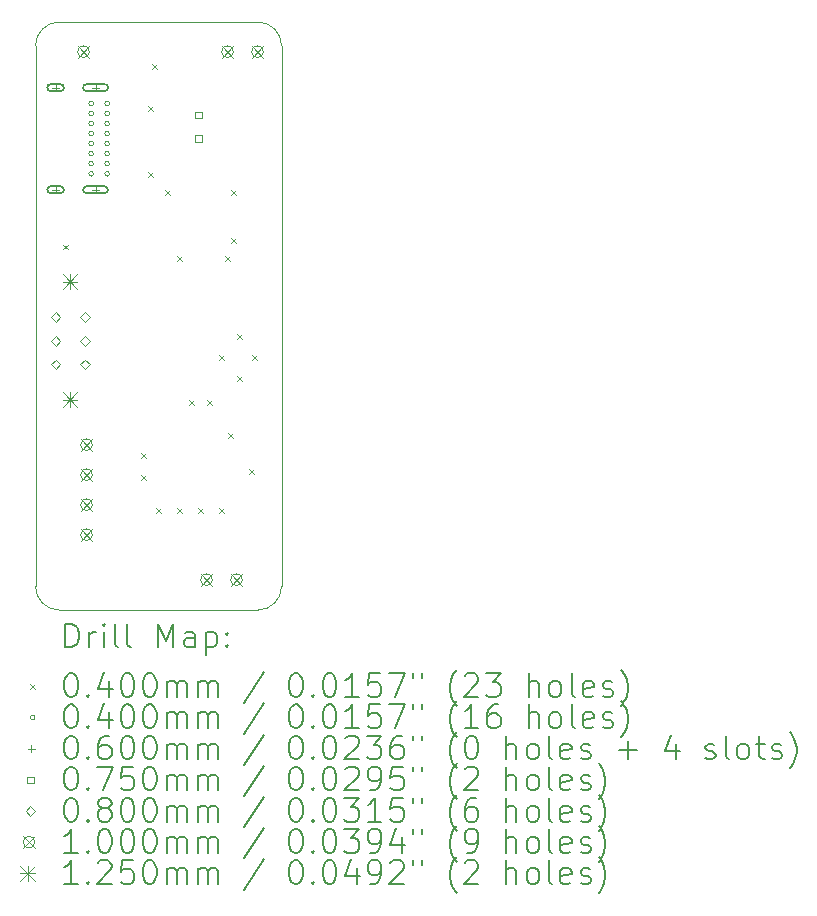
<source format=gbr>
%TF.GenerationSoftware,KiCad,Pcbnew,(6.0.7)*%
%TF.CreationDate,2022-10-01T16:57:37-07:00*%
%TF.ProjectId,dso150_mod,64736f31-3530-45f6-9d6f-642e6b696361,1.0*%
%TF.SameCoordinates,Original*%
%TF.FileFunction,Drillmap*%
%TF.FilePolarity,Positive*%
%FSLAX45Y45*%
G04 Gerber Fmt 4.5, Leading zero omitted, Abs format (unit mm)*
G04 Created by KiCad (PCBNEW (6.0.7)) date 2022-10-01 16:57:37*
%MOMM*%
%LPD*%
G01*
G04 APERTURE LIST*
%ADD10C,0.100000*%
%ADD11C,0.200000*%
%ADD12C,0.040000*%
%ADD13C,0.060000*%
%ADD14C,0.075000*%
%ADD15C,0.080000*%
%ADD16C,0.125000*%
G04 APERTURE END LIST*
D10*
X13919200Y-7518400D02*
X13919200Y-12096800D01*
X14119200Y-12296800D02*
X15802000Y-12296800D01*
X13919200Y-12096800D02*
G75*
G03*
X14119200Y-12296800I200000J0D01*
G01*
X15802000Y-7318400D02*
X14119200Y-7318400D01*
X16002000Y-7518400D02*
G75*
G03*
X15802000Y-7318400I-200000J0D01*
G01*
X15802000Y-12296800D02*
G75*
G03*
X16002000Y-12096800I0J200000D01*
G01*
X16002000Y-12096800D02*
X16002000Y-7518400D01*
X14119200Y-7318400D02*
G75*
G03*
X13919200Y-7518400I0J-200000D01*
G01*
D11*
D12*
X14153200Y-9202750D02*
X14193200Y-9242750D01*
X14193200Y-9202750D02*
X14153200Y-9242750D01*
X14813600Y-10965800D02*
X14853600Y-11005800D01*
X14853600Y-10965800D02*
X14813600Y-11005800D01*
X14813600Y-11156000D02*
X14853600Y-11196000D01*
X14853600Y-11156000D02*
X14813600Y-11196000D01*
X14870700Y-8031800D02*
X14910700Y-8071800D01*
X14910700Y-8031800D02*
X14870700Y-8071800D01*
X14870700Y-8590600D02*
X14910700Y-8630600D01*
X14910700Y-8590600D02*
X14870700Y-8630600D01*
X14908900Y-7676200D02*
X14948900Y-7716200D01*
X14948900Y-7676200D02*
X14908900Y-7716200D01*
X14940600Y-11435400D02*
X14980600Y-11475400D01*
X14980600Y-11435400D02*
X14940600Y-11475400D01*
X15016800Y-8743000D02*
X15056800Y-8783000D01*
X15056800Y-8743000D02*
X15016800Y-8783000D01*
X15118400Y-9301800D02*
X15158400Y-9341800D01*
X15158400Y-9301800D02*
X15118400Y-9341800D01*
X15118400Y-11435400D02*
X15158400Y-11475400D01*
X15158400Y-11435400D02*
X15118400Y-11475400D01*
X15220000Y-10521000D02*
X15260000Y-10561000D01*
X15260000Y-10521000D02*
X15220000Y-10561000D01*
X15296200Y-11435400D02*
X15336200Y-11475400D01*
X15336200Y-11435400D02*
X15296200Y-11475400D01*
X15372400Y-10521000D02*
X15412400Y-10561000D01*
X15412400Y-10521000D02*
X15372400Y-10561000D01*
X15474000Y-10140000D02*
X15514000Y-10180000D01*
X15514000Y-10140000D02*
X15474000Y-10180000D01*
X15474000Y-11435400D02*
X15514000Y-11475400D01*
X15514000Y-11435400D02*
X15474000Y-11475400D01*
X15524800Y-9301800D02*
X15564800Y-9341800D01*
X15564800Y-9301800D02*
X15524800Y-9341800D01*
X15550200Y-10800400D02*
X15590200Y-10840400D01*
X15590200Y-10800400D02*
X15550200Y-10840400D01*
X15575600Y-8743000D02*
X15615600Y-8783000D01*
X15615600Y-8743000D02*
X15575600Y-8783000D01*
X15575600Y-9149400D02*
X15615600Y-9189400D01*
X15615600Y-9149400D02*
X15575600Y-9189400D01*
X15626400Y-9962200D02*
X15666400Y-10002200D01*
X15666400Y-9962200D02*
X15626400Y-10002200D01*
X15626400Y-10317800D02*
X15666400Y-10357800D01*
X15666400Y-10317800D02*
X15626400Y-10357800D01*
X15728000Y-11105200D02*
X15768000Y-11145200D01*
X15768000Y-11105200D02*
X15728000Y-11145200D01*
X15753400Y-10140000D02*
X15793400Y-10180000D01*
X15793400Y-10140000D02*
X15753400Y-10180000D01*
X14409900Y-8008300D02*
G75*
G03*
X14409900Y-8008300I-20000J0D01*
G01*
X14409900Y-8093300D02*
G75*
G03*
X14409900Y-8093300I-20000J0D01*
G01*
X14409900Y-8178300D02*
G75*
G03*
X14409900Y-8178300I-20000J0D01*
G01*
X14409900Y-8263300D02*
G75*
G03*
X14409900Y-8263300I-20000J0D01*
G01*
X14409900Y-8348300D02*
G75*
G03*
X14409900Y-8348300I-20000J0D01*
G01*
X14409900Y-8433300D02*
G75*
G03*
X14409900Y-8433300I-20000J0D01*
G01*
X14409900Y-8518300D02*
G75*
G03*
X14409900Y-8518300I-20000J0D01*
G01*
X14409900Y-8603300D02*
G75*
G03*
X14409900Y-8603300I-20000J0D01*
G01*
X14544900Y-8008300D02*
G75*
G03*
X14544900Y-8008300I-20000J0D01*
G01*
X14544900Y-8093300D02*
G75*
G03*
X14544900Y-8093300I-20000J0D01*
G01*
X14544900Y-8178300D02*
G75*
G03*
X14544900Y-8178300I-20000J0D01*
G01*
X14544900Y-8263300D02*
G75*
G03*
X14544900Y-8263300I-20000J0D01*
G01*
X14544900Y-8348300D02*
G75*
G03*
X14544900Y-8348300I-20000J0D01*
G01*
X14544900Y-8433300D02*
G75*
G03*
X14544900Y-8433300I-20000J0D01*
G01*
X14544900Y-8518300D02*
G75*
G03*
X14544900Y-8518300I-20000J0D01*
G01*
X14544900Y-8603300D02*
G75*
G03*
X14544900Y-8603300I-20000J0D01*
G01*
D13*
X14088900Y-7843300D02*
X14088900Y-7903300D01*
X14058900Y-7873300D02*
X14118900Y-7873300D01*
D11*
X14128900Y-7843300D02*
X14048900Y-7843300D01*
X14128900Y-7903300D02*
X14048900Y-7903300D01*
X14048900Y-7843300D02*
G75*
G03*
X14048900Y-7903300I0J-30000D01*
G01*
X14128900Y-7903300D02*
G75*
G03*
X14128900Y-7843300I0J30000D01*
G01*
D13*
X14088900Y-8708300D02*
X14088900Y-8768300D01*
X14058900Y-8738300D02*
X14118900Y-8738300D01*
D11*
X14128900Y-8708300D02*
X14048900Y-8708300D01*
X14128900Y-8768300D02*
X14048900Y-8768300D01*
X14048900Y-8708300D02*
G75*
G03*
X14048900Y-8768300I0J-30000D01*
G01*
X14128900Y-8768300D02*
G75*
G03*
X14128900Y-8708300I0J30000D01*
G01*
D13*
X14426900Y-7843300D02*
X14426900Y-7903300D01*
X14396900Y-7873300D02*
X14456900Y-7873300D01*
D11*
X14501900Y-7843300D02*
X14351900Y-7843300D01*
X14501900Y-7903300D02*
X14351900Y-7903300D01*
X14351900Y-7843300D02*
G75*
G03*
X14351900Y-7903300I0J-30000D01*
G01*
X14501900Y-7903300D02*
G75*
G03*
X14501900Y-7843300I0J30000D01*
G01*
D13*
X14426900Y-8708300D02*
X14426900Y-8768300D01*
X14396900Y-8738300D02*
X14456900Y-8738300D01*
D11*
X14501900Y-8708300D02*
X14351900Y-8708300D01*
X14501900Y-8768300D02*
X14351900Y-8768300D01*
X14351900Y-8708300D02*
G75*
G03*
X14351900Y-8768300I0J-30000D01*
G01*
X14501900Y-8768300D02*
G75*
G03*
X14501900Y-8708300I0J30000D01*
G01*
D14*
X15326317Y-8130717D02*
X15326317Y-8077683D01*
X15273283Y-8077683D01*
X15273283Y-8130717D01*
X15326317Y-8130717D01*
X15326317Y-8330717D02*
X15326317Y-8277683D01*
X15273283Y-8277683D01*
X15273283Y-8330717D01*
X15326317Y-8330717D01*
D15*
X14088300Y-9857100D02*
X14128300Y-9817100D01*
X14088300Y-9777100D01*
X14048300Y-9817100D01*
X14088300Y-9857100D01*
X14088300Y-10057100D02*
X14128300Y-10017100D01*
X14088300Y-9977100D01*
X14048300Y-10017100D01*
X14088300Y-10057100D01*
X14088300Y-10257100D02*
X14128300Y-10217100D01*
X14088300Y-10177100D01*
X14048300Y-10217100D01*
X14088300Y-10257100D01*
X14338300Y-9857100D02*
X14378300Y-9817100D01*
X14338300Y-9777100D01*
X14298300Y-9817100D01*
X14338300Y-9857100D01*
X14338300Y-10057100D02*
X14378300Y-10017100D01*
X14338300Y-9977100D01*
X14298300Y-10017100D01*
X14338300Y-10057100D01*
X14338300Y-10257100D02*
X14378300Y-10217100D01*
X14338300Y-10177100D01*
X14298300Y-10217100D01*
X14338300Y-10257100D01*
D10*
X14275600Y-7519200D02*
X14375600Y-7619200D01*
X14375600Y-7519200D02*
X14275600Y-7619200D01*
X14375600Y-7569200D02*
G75*
G03*
X14375600Y-7569200I-50000J0D01*
G01*
X14301000Y-10847600D02*
X14401000Y-10947600D01*
X14401000Y-10847600D02*
X14301000Y-10947600D01*
X14401000Y-10897600D02*
G75*
G03*
X14401000Y-10897600I-50000J0D01*
G01*
X14301000Y-11101600D02*
X14401000Y-11201600D01*
X14401000Y-11101600D02*
X14301000Y-11201600D01*
X14401000Y-11151600D02*
G75*
G03*
X14401000Y-11151600I-50000J0D01*
G01*
X14301000Y-11355600D02*
X14401000Y-11455600D01*
X14401000Y-11355600D02*
X14301000Y-11455600D01*
X14401000Y-11405600D02*
G75*
G03*
X14401000Y-11405600I-50000J0D01*
G01*
X14301000Y-11609600D02*
X14401000Y-11709600D01*
X14401000Y-11609600D02*
X14301000Y-11709600D01*
X14401000Y-11659600D02*
G75*
G03*
X14401000Y-11659600I-50000J0D01*
G01*
X15317000Y-11989600D02*
X15417000Y-12089600D01*
X15417000Y-11989600D02*
X15317000Y-12089600D01*
X15417000Y-12039600D02*
G75*
G03*
X15417000Y-12039600I-50000J0D01*
G01*
X15494300Y-7519200D02*
X15594300Y-7619200D01*
X15594300Y-7519200D02*
X15494300Y-7619200D01*
X15594300Y-7569200D02*
G75*
G03*
X15594300Y-7569200I-50000J0D01*
G01*
X15571000Y-11989600D02*
X15671000Y-12089600D01*
X15671000Y-11989600D02*
X15571000Y-12089600D01*
X15671000Y-12039600D02*
G75*
G03*
X15671000Y-12039600I-50000J0D01*
G01*
X15748300Y-7519200D02*
X15848300Y-7619200D01*
X15848300Y-7519200D02*
X15748300Y-7619200D01*
X15848300Y-7569200D02*
G75*
G03*
X15848300Y-7569200I-50000J0D01*
G01*
D16*
X14148800Y-9454600D02*
X14273800Y-9579600D01*
X14273800Y-9454600D02*
X14148800Y-9579600D01*
X14211300Y-9454600D02*
X14211300Y-9579600D01*
X14148800Y-9517100D02*
X14273800Y-9517100D01*
X14148800Y-10454600D02*
X14273800Y-10579600D01*
X14273800Y-10454600D02*
X14148800Y-10579600D01*
X14211300Y-10454600D02*
X14211300Y-10579600D01*
X14148800Y-10517100D02*
X14273800Y-10517100D01*
D11*
X14171819Y-12612276D02*
X14171819Y-12412276D01*
X14219438Y-12412276D01*
X14248009Y-12421800D01*
X14267057Y-12440848D01*
X14276581Y-12459895D01*
X14286105Y-12497990D01*
X14286105Y-12526562D01*
X14276581Y-12564657D01*
X14267057Y-12583705D01*
X14248009Y-12602752D01*
X14219438Y-12612276D01*
X14171819Y-12612276D01*
X14371819Y-12612276D02*
X14371819Y-12478943D01*
X14371819Y-12517038D02*
X14381343Y-12497990D01*
X14390867Y-12488467D01*
X14409914Y-12478943D01*
X14428962Y-12478943D01*
X14495628Y-12612276D02*
X14495628Y-12478943D01*
X14495628Y-12412276D02*
X14486105Y-12421800D01*
X14495628Y-12431324D01*
X14505152Y-12421800D01*
X14495628Y-12412276D01*
X14495628Y-12431324D01*
X14619438Y-12612276D02*
X14600390Y-12602752D01*
X14590867Y-12583705D01*
X14590867Y-12412276D01*
X14724200Y-12612276D02*
X14705152Y-12602752D01*
X14695628Y-12583705D01*
X14695628Y-12412276D01*
X14952771Y-12612276D02*
X14952771Y-12412276D01*
X15019438Y-12555133D01*
X15086105Y-12412276D01*
X15086105Y-12612276D01*
X15267057Y-12612276D02*
X15267057Y-12507514D01*
X15257533Y-12488467D01*
X15238486Y-12478943D01*
X15200390Y-12478943D01*
X15181343Y-12488467D01*
X15267057Y-12602752D02*
X15248009Y-12612276D01*
X15200390Y-12612276D01*
X15181343Y-12602752D01*
X15171819Y-12583705D01*
X15171819Y-12564657D01*
X15181343Y-12545609D01*
X15200390Y-12536086D01*
X15248009Y-12536086D01*
X15267057Y-12526562D01*
X15362295Y-12478943D02*
X15362295Y-12678943D01*
X15362295Y-12488467D02*
X15381343Y-12478943D01*
X15419438Y-12478943D01*
X15438486Y-12488467D01*
X15448009Y-12497990D01*
X15457533Y-12517038D01*
X15457533Y-12574181D01*
X15448009Y-12593228D01*
X15438486Y-12602752D01*
X15419438Y-12612276D01*
X15381343Y-12612276D01*
X15362295Y-12602752D01*
X15543248Y-12593228D02*
X15552771Y-12602752D01*
X15543248Y-12612276D01*
X15533724Y-12602752D01*
X15543248Y-12593228D01*
X15543248Y-12612276D01*
X15543248Y-12488467D02*
X15552771Y-12497990D01*
X15543248Y-12507514D01*
X15533724Y-12497990D01*
X15543248Y-12488467D01*
X15543248Y-12507514D01*
D12*
X13874200Y-12921800D02*
X13914200Y-12961800D01*
X13914200Y-12921800D02*
X13874200Y-12961800D01*
D11*
X14209914Y-12832276D02*
X14228962Y-12832276D01*
X14248009Y-12841800D01*
X14257533Y-12851324D01*
X14267057Y-12870371D01*
X14276581Y-12908467D01*
X14276581Y-12956086D01*
X14267057Y-12994181D01*
X14257533Y-13013228D01*
X14248009Y-13022752D01*
X14228962Y-13032276D01*
X14209914Y-13032276D01*
X14190867Y-13022752D01*
X14181343Y-13013228D01*
X14171819Y-12994181D01*
X14162295Y-12956086D01*
X14162295Y-12908467D01*
X14171819Y-12870371D01*
X14181343Y-12851324D01*
X14190867Y-12841800D01*
X14209914Y-12832276D01*
X14362295Y-13013228D02*
X14371819Y-13022752D01*
X14362295Y-13032276D01*
X14352771Y-13022752D01*
X14362295Y-13013228D01*
X14362295Y-13032276D01*
X14543248Y-12898943D02*
X14543248Y-13032276D01*
X14495628Y-12822752D02*
X14448009Y-12965609D01*
X14571819Y-12965609D01*
X14686105Y-12832276D02*
X14705152Y-12832276D01*
X14724200Y-12841800D01*
X14733724Y-12851324D01*
X14743248Y-12870371D01*
X14752771Y-12908467D01*
X14752771Y-12956086D01*
X14743248Y-12994181D01*
X14733724Y-13013228D01*
X14724200Y-13022752D01*
X14705152Y-13032276D01*
X14686105Y-13032276D01*
X14667057Y-13022752D01*
X14657533Y-13013228D01*
X14648009Y-12994181D01*
X14638486Y-12956086D01*
X14638486Y-12908467D01*
X14648009Y-12870371D01*
X14657533Y-12851324D01*
X14667057Y-12841800D01*
X14686105Y-12832276D01*
X14876581Y-12832276D02*
X14895628Y-12832276D01*
X14914676Y-12841800D01*
X14924200Y-12851324D01*
X14933724Y-12870371D01*
X14943248Y-12908467D01*
X14943248Y-12956086D01*
X14933724Y-12994181D01*
X14924200Y-13013228D01*
X14914676Y-13022752D01*
X14895628Y-13032276D01*
X14876581Y-13032276D01*
X14857533Y-13022752D01*
X14848009Y-13013228D01*
X14838486Y-12994181D01*
X14828962Y-12956086D01*
X14828962Y-12908467D01*
X14838486Y-12870371D01*
X14848009Y-12851324D01*
X14857533Y-12841800D01*
X14876581Y-12832276D01*
X15028962Y-13032276D02*
X15028962Y-12898943D01*
X15028962Y-12917990D02*
X15038486Y-12908467D01*
X15057533Y-12898943D01*
X15086105Y-12898943D01*
X15105152Y-12908467D01*
X15114676Y-12927514D01*
X15114676Y-13032276D01*
X15114676Y-12927514D02*
X15124200Y-12908467D01*
X15143248Y-12898943D01*
X15171819Y-12898943D01*
X15190867Y-12908467D01*
X15200390Y-12927514D01*
X15200390Y-13032276D01*
X15295628Y-13032276D02*
X15295628Y-12898943D01*
X15295628Y-12917990D02*
X15305152Y-12908467D01*
X15324200Y-12898943D01*
X15352771Y-12898943D01*
X15371819Y-12908467D01*
X15381343Y-12927514D01*
X15381343Y-13032276D01*
X15381343Y-12927514D02*
X15390867Y-12908467D01*
X15409914Y-12898943D01*
X15438486Y-12898943D01*
X15457533Y-12908467D01*
X15467057Y-12927514D01*
X15467057Y-13032276D01*
X15857533Y-12822752D02*
X15686105Y-13079895D01*
X16114676Y-12832276D02*
X16133724Y-12832276D01*
X16152771Y-12841800D01*
X16162295Y-12851324D01*
X16171819Y-12870371D01*
X16181343Y-12908467D01*
X16181343Y-12956086D01*
X16171819Y-12994181D01*
X16162295Y-13013228D01*
X16152771Y-13022752D01*
X16133724Y-13032276D01*
X16114676Y-13032276D01*
X16095628Y-13022752D01*
X16086105Y-13013228D01*
X16076581Y-12994181D01*
X16067057Y-12956086D01*
X16067057Y-12908467D01*
X16076581Y-12870371D01*
X16086105Y-12851324D01*
X16095628Y-12841800D01*
X16114676Y-12832276D01*
X16267057Y-13013228D02*
X16276581Y-13022752D01*
X16267057Y-13032276D01*
X16257533Y-13022752D01*
X16267057Y-13013228D01*
X16267057Y-13032276D01*
X16400390Y-12832276D02*
X16419438Y-12832276D01*
X16438486Y-12841800D01*
X16448009Y-12851324D01*
X16457533Y-12870371D01*
X16467057Y-12908467D01*
X16467057Y-12956086D01*
X16457533Y-12994181D01*
X16448009Y-13013228D01*
X16438486Y-13022752D01*
X16419438Y-13032276D01*
X16400390Y-13032276D01*
X16381343Y-13022752D01*
X16371819Y-13013228D01*
X16362295Y-12994181D01*
X16352771Y-12956086D01*
X16352771Y-12908467D01*
X16362295Y-12870371D01*
X16371819Y-12851324D01*
X16381343Y-12841800D01*
X16400390Y-12832276D01*
X16657533Y-13032276D02*
X16543248Y-13032276D01*
X16600390Y-13032276D02*
X16600390Y-12832276D01*
X16581343Y-12860848D01*
X16562295Y-12879895D01*
X16543248Y-12889419D01*
X16838486Y-12832276D02*
X16743248Y-12832276D01*
X16733724Y-12927514D01*
X16743248Y-12917990D01*
X16762295Y-12908467D01*
X16809914Y-12908467D01*
X16828962Y-12917990D01*
X16838486Y-12927514D01*
X16848010Y-12946562D01*
X16848010Y-12994181D01*
X16838486Y-13013228D01*
X16828962Y-13022752D01*
X16809914Y-13032276D01*
X16762295Y-13032276D01*
X16743248Y-13022752D01*
X16733724Y-13013228D01*
X16914676Y-12832276D02*
X17048010Y-12832276D01*
X16962295Y-13032276D01*
X17114676Y-12832276D02*
X17114676Y-12870371D01*
X17190867Y-12832276D02*
X17190867Y-12870371D01*
X17486105Y-13108467D02*
X17476581Y-13098943D01*
X17457533Y-13070371D01*
X17448010Y-13051324D01*
X17438486Y-13022752D01*
X17428962Y-12975133D01*
X17428962Y-12937038D01*
X17438486Y-12889419D01*
X17448010Y-12860848D01*
X17457533Y-12841800D01*
X17476581Y-12813228D01*
X17486105Y-12803705D01*
X17552771Y-12851324D02*
X17562295Y-12841800D01*
X17581343Y-12832276D01*
X17628962Y-12832276D01*
X17648010Y-12841800D01*
X17657533Y-12851324D01*
X17667057Y-12870371D01*
X17667057Y-12889419D01*
X17657533Y-12917990D01*
X17543248Y-13032276D01*
X17667057Y-13032276D01*
X17733724Y-12832276D02*
X17857533Y-12832276D01*
X17790867Y-12908467D01*
X17819438Y-12908467D01*
X17838486Y-12917990D01*
X17848010Y-12927514D01*
X17857533Y-12946562D01*
X17857533Y-12994181D01*
X17848010Y-13013228D01*
X17838486Y-13022752D01*
X17819438Y-13032276D01*
X17762295Y-13032276D01*
X17743248Y-13022752D01*
X17733724Y-13013228D01*
X18095629Y-13032276D02*
X18095629Y-12832276D01*
X18181343Y-13032276D02*
X18181343Y-12927514D01*
X18171819Y-12908467D01*
X18152771Y-12898943D01*
X18124200Y-12898943D01*
X18105152Y-12908467D01*
X18095629Y-12917990D01*
X18305152Y-13032276D02*
X18286105Y-13022752D01*
X18276581Y-13013228D01*
X18267057Y-12994181D01*
X18267057Y-12937038D01*
X18276581Y-12917990D01*
X18286105Y-12908467D01*
X18305152Y-12898943D01*
X18333724Y-12898943D01*
X18352771Y-12908467D01*
X18362295Y-12917990D01*
X18371819Y-12937038D01*
X18371819Y-12994181D01*
X18362295Y-13013228D01*
X18352771Y-13022752D01*
X18333724Y-13032276D01*
X18305152Y-13032276D01*
X18486105Y-13032276D02*
X18467057Y-13022752D01*
X18457533Y-13003705D01*
X18457533Y-12832276D01*
X18638486Y-13022752D02*
X18619438Y-13032276D01*
X18581343Y-13032276D01*
X18562295Y-13022752D01*
X18552771Y-13003705D01*
X18552771Y-12927514D01*
X18562295Y-12908467D01*
X18581343Y-12898943D01*
X18619438Y-12898943D01*
X18638486Y-12908467D01*
X18648010Y-12927514D01*
X18648010Y-12946562D01*
X18552771Y-12965609D01*
X18724200Y-13022752D02*
X18743248Y-13032276D01*
X18781343Y-13032276D01*
X18800390Y-13022752D01*
X18809914Y-13003705D01*
X18809914Y-12994181D01*
X18800390Y-12975133D01*
X18781343Y-12965609D01*
X18752771Y-12965609D01*
X18733724Y-12956086D01*
X18724200Y-12937038D01*
X18724200Y-12927514D01*
X18733724Y-12908467D01*
X18752771Y-12898943D01*
X18781343Y-12898943D01*
X18800390Y-12908467D01*
X18876581Y-13108467D02*
X18886105Y-13098943D01*
X18905152Y-13070371D01*
X18914676Y-13051324D01*
X18924200Y-13022752D01*
X18933724Y-12975133D01*
X18933724Y-12937038D01*
X18924200Y-12889419D01*
X18914676Y-12860848D01*
X18905152Y-12841800D01*
X18886105Y-12813228D01*
X18876581Y-12803705D01*
D12*
X13914200Y-13205800D02*
G75*
G03*
X13914200Y-13205800I-20000J0D01*
G01*
D11*
X14209914Y-13096276D02*
X14228962Y-13096276D01*
X14248009Y-13105800D01*
X14257533Y-13115324D01*
X14267057Y-13134371D01*
X14276581Y-13172467D01*
X14276581Y-13220086D01*
X14267057Y-13258181D01*
X14257533Y-13277228D01*
X14248009Y-13286752D01*
X14228962Y-13296276D01*
X14209914Y-13296276D01*
X14190867Y-13286752D01*
X14181343Y-13277228D01*
X14171819Y-13258181D01*
X14162295Y-13220086D01*
X14162295Y-13172467D01*
X14171819Y-13134371D01*
X14181343Y-13115324D01*
X14190867Y-13105800D01*
X14209914Y-13096276D01*
X14362295Y-13277228D02*
X14371819Y-13286752D01*
X14362295Y-13296276D01*
X14352771Y-13286752D01*
X14362295Y-13277228D01*
X14362295Y-13296276D01*
X14543248Y-13162943D02*
X14543248Y-13296276D01*
X14495628Y-13086752D02*
X14448009Y-13229609D01*
X14571819Y-13229609D01*
X14686105Y-13096276D02*
X14705152Y-13096276D01*
X14724200Y-13105800D01*
X14733724Y-13115324D01*
X14743248Y-13134371D01*
X14752771Y-13172467D01*
X14752771Y-13220086D01*
X14743248Y-13258181D01*
X14733724Y-13277228D01*
X14724200Y-13286752D01*
X14705152Y-13296276D01*
X14686105Y-13296276D01*
X14667057Y-13286752D01*
X14657533Y-13277228D01*
X14648009Y-13258181D01*
X14638486Y-13220086D01*
X14638486Y-13172467D01*
X14648009Y-13134371D01*
X14657533Y-13115324D01*
X14667057Y-13105800D01*
X14686105Y-13096276D01*
X14876581Y-13096276D02*
X14895628Y-13096276D01*
X14914676Y-13105800D01*
X14924200Y-13115324D01*
X14933724Y-13134371D01*
X14943248Y-13172467D01*
X14943248Y-13220086D01*
X14933724Y-13258181D01*
X14924200Y-13277228D01*
X14914676Y-13286752D01*
X14895628Y-13296276D01*
X14876581Y-13296276D01*
X14857533Y-13286752D01*
X14848009Y-13277228D01*
X14838486Y-13258181D01*
X14828962Y-13220086D01*
X14828962Y-13172467D01*
X14838486Y-13134371D01*
X14848009Y-13115324D01*
X14857533Y-13105800D01*
X14876581Y-13096276D01*
X15028962Y-13296276D02*
X15028962Y-13162943D01*
X15028962Y-13181990D02*
X15038486Y-13172467D01*
X15057533Y-13162943D01*
X15086105Y-13162943D01*
X15105152Y-13172467D01*
X15114676Y-13191514D01*
X15114676Y-13296276D01*
X15114676Y-13191514D02*
X15124200Y-13172467D01*
X15143248Y-13162943D01*
X15171819Y-13162943D01*
X15190867Y-13172467D01*
X15200390Y-13191514D01*
X15200390Y-13296276D01*
X15295628Y-13296276D02*
X15295628Y-13162943D01*
X15295628Y-13181990D02*
X15305152Y-13172467D01*
X15324200Y-13162943D01*
X15352771Y-13162943D01*
X15371819Y-13172467D01*
X15381343Y-13191514D01*
X15381343Y-13296276D01*
X15381343Y-13191514D02*
X15390867Y-13172467D01*
X15409914Y-13162943D01*
X15438486Y-13162943D01*
X15457533Y-13172467D01*
X15467057Y-13191514D01*
X15467057Y-13296276D01*
X15857533Y-13086752D02*
X15686105Y-13343895D01*
X16114676Y-13096276D02*
X16133724Y-13096276D01*
X16152771Y-13105800D01*
X16162295Y-13115324D01*
X16171819Y-13134371D01*
X16181343Y-13172467D01*
X16181343Y-13220086D01*
X16171819Y-13258181D01*
X16162295Y-13277228D01*
X16152771Y-13286752D01*
X16133724Y-13296276D01*
X16114676Y-13296276D01*
X16095628Y-13286752D01*
X16086105Y-13277228D01*
X16076581Y-13258181D01*
X16067057Y-13220086D01*
X16067057Y-13172467D01*
X16076581Y-13134371D01*
X16086105Y-13115324D01*
X16095628Y-13105800D01*
X16114676Y-13096276D01*
X16267057Y-13277228D02*
X16276581Y-13286752D01*
X16267057Y-13296276D01*
X16257533Y-13286752D01*
X16267057Y-13277228D01*
X16267057Y-13296276D01*
X16400390Y-13096276D02*
X16419438Y-13096276D01*
X16438486Y-13105800D01*
X16448009Y-13115324D01*
X16457533Y-13134371D01*
X16467057Y-13172467D01*
X16467057Y-13220086D01*
X16457533Y-13258181D01*
X16448009Y-13277228D01*
X16438486Y-13286752D01*
X16419438Y-13296276D01*
X16400390Y-13296276D01*
X16381343Y-13286752D01*
X16371819Y-13277228D01*
X16362295Y-13258181D01*
X16352771Y-13220086D01*
X16352771Y-13172467D01*
X16362295Y-13134371D01*
X16371819Y-13115324D01*
X16381343Y-13105800D01*
X16400390Y-13096276D01*
X16657533Y-13296276D02*
X16543248Y-13296276D01*
X16600390Y-13296276D02*
X16600390Y-13096276D01*
X16581343Y-13124848D01*
X16562295Y-13143895D01*
X16543248Y-13153419D01*
X16838486Y-13096276D02*
X16743248Y-13096276D01*
X16733724Y-13191514D01*
X16743248Y-13181990D01*
X16762295Y-13172467D01*
X16809914Y-13172467D01*
X16828962Y-13181990D01*
X16838486Y-13191514D01*
X16848010Y-13210562D01*
X16848010Y-13258181D01*
X16838486Y-13277228D01*
X16828962Y-13286752D01*
X16809914Y-13296276D01*
X16762295Y-13296276D01*
X16743248Y-13286752D01*
X16733724Y-13277228D01*
X16914676Y-13096276D02*
X17048010Y-13096276D01*
X16962295Y-13296276D01*
X17114676Y-13096276D02*
X17114676Y-13134371D01*
X17190867Y-13096276D02*
X17190867Y-13134371D01*
X17486105Y-13372467D02*
X17476581Y-13362943D01*
X17457533Y-13334371D01*
X17448010Y-13315324D01*
X17438486Y-13286752D01*
X17428962Y-13239133D01*
X17428962Y-13201038D01*
X17438486Y-13153419D01*
X17448010Y-13124848D01*
X17457533Y-13105800D01*
X17476581Y-13077228D01*
X17486105Y-13067705D01*
X17667057Y-13296276D02*
X17552771Y-13296276D01*
X17609914Y-13296276D02*
X17609914Y-13096276D01*
X17590867Y-13124848D01*
X17571819Y-13143895D01*
X17552771Y-13153419D01*
X17838486Y-13096276D02*
X17800390Y-13096276D01*
X17781343Y-13105800D01*
X17771819Y-13115324D01*
X17752771Y-13143895D01*
X17743248Y-13181990D01*
X17743248Y-13258181D01*
X17752771Y-13277228D01*
X17762295Y-13286752D01*
X17781343Y-13296276D01*
X17819438Y-13296276D01*
X17838486Y-13286752D01*
X17848010Y-13277228D01*
X17857533Y-13258181D01*
X17857533Y-13210562D01*
X17848010Y-13191514D01*
X17838486Y-13181990D01*
X17819438Y-13172467D01*
X17781343Y-13172467D01*
X17762295Y-13181990D01*
X17752771Y-13191514D01*
X17743248Y-13210562D01*
X18095629Y-13296276D02*
X18095629Y-13096276D01*
X18181343Y-13296276D02*
X18181343Y-13191514D01*
X18171819Y-13172467D01*
X18152771Y-13162943D01*
X18124200Y-13162943D01*
X18105152Y-13172467D01*
X18095629Y-13181990D01*
X18305152Y-13296276D02*
X18286105Y-13286752D01*
X18276581Y-13277228D01*
X18267057Y-13258181D01*
X18267057Y-13201038D01*
X18276581Y-13181990D01*
X18286105Y-13172467D01*
X18305152Y-13162943D01*
X18333724Y-13162943D01*
X18352771Y-13172467D01*
X18362295Y-13181990D01*
X18371819Y-13201038D01*
X18371819Y-13258181D01*
X18362295Y-13277228D01*
X18352771Y-13286752D01*
X18333724Y-13296276D01*
X18305152Y-13296276D01*
X18486105Y-13296276D02*
X18467057Y-13286752D01*
X18457533Y-13267705D01*
X18457533Y-13096276D01*
X18638486Y-13286752D02*
X18619438Y-13296276D01*
X18581343Y-13296276D01*
X18562295Y-13286752D01*
X18552771Y-13267705D01*
X18552771Y-13191514D01*
X18562295Y-13172467D01*
X18581343Y-13162943D01*
X18619438Y-13162943D01*
X18638486Y-13172467D01*
X18648010Y-13191514D01*
X18648010Y-13210562D01*
X18552771Y-13229609D01*
X18724200Y-13286752D02*
X18743248Y-13296276D01*
X18781343Y-13296276D01*
X18800390Y-13286752D01*
X18809914Y-13267705D01*
X18809914Y-13258181D01*
X18800390Y-13239133D01*
X18781343Y-13229609D01*
X18752771Y-13229609D01*
X18733724Y-13220086D01*
X18724200Y-13201038D01*
X18724200Y-13191514D01*
X18733724Y-13172467D01*
X18752771Y-13162943D01*
X18781343Y-13162943D01*
X18800390Y-13172467D01*
X18876581Y-13372467D02*
X18886105Y-13362943D01*
X18905152Y-13334371D01*
X18914676Y-13315324D01*
X18924200Y-13286752D01*
X18933724Y-13239133D01*
X18933724Y-13201038D01*
X18924200Y-13153419D01*
X18914676Y-13124848D01*
X18905152Y-13105800D01*
X18886105Y-13077228D01*
X18876581Y-13067705D01*
D13*
X13884200Y-13439800D02*
X13884200Y-13499800D01*
X13854200Y-13469800D02*
X13914200Y-13469800D01*
D11*
X14209914Y-13360276D02*
X14228962Y-13360276D01*
X14248009Y-13369800D01*
X14257533Y-13379324D01*
X14267057Y-13398371D01*
X14276581Y-13436467D01*
X14276581Y-13484086D01*
X14267057Y-13522181D01*
X14257533Y-13541228D01*
X14248009Y-13550752D01*
X14228962Y-13560276D01*
X14209914Y-13560276D01*
X14190867Y-13550752D01*
X14181343Y-13541228D01*
X14171819Y-13522181D01*
X14162295Y-13484086D01*
X14162295Y-13436467D01*
X14171819Y-13398371D01*
X14181343Y-13379324D01*
X14190867Y-13369800D01*
X14209914Y-13360276D01*
X14362295Y-13541228D02*
X14371819Y-13550752D01*
X14362295Y-13560276D01*
X14352771Y-13550752D01*
X14362295Y-13541228D01*
X14362295Y-13560276D01*
X14543248Y-13360276D02*
X14505152Y-13360276D01*
X14486105Y-13369800D01*
X14476581Y-13379324D01*
X14457533Y-13407895D01*
X14448009Y-13445990D01*
X14448009Y-13522181D01*
X14457533Y-13541228D01*
X14467057Y-13550752D01*
X14486105Y-13560276D01*
X14524200Y-13560276D01*
X14543248Y-13550752D01*
X14552771Y-13541228D01*
X14562295Y-13522181D01*
X14562295Y-13474562D01*
X14552771Y-13455514D01*
X14543248Y-13445990D01*
X14524200Y-13436467D01*
X14486105Y-13436467D01*
X14467057Y-13445990D01*
X14457533Y-13455514D01*
X14448009Y-13474562D01*
X14686105Y-13360276D02*
X14705152Y-13360276D01*
X14724200Y-13369800D01*
X14733724Y-13379324D01*
X14743248Y-13398371D01*
X14752771Y-13436467D01*
X14752771Y-13484086D01*
X14743248Y-13522181D01*
X14733724Y-13541228D01*
X14724200Y-13550752D01*
X14705152Y-13560276D01*
X14686105Y-13560276D01*
X14667057Y-13550752D01*
X14657533Y-13541228D01*
X14648009Y-13522181D01*
X14638486Y-13484086D01*
X14638486Y-13436467D01*
X14648009Y-13398371D01*
X14657533Y-13379324D01*
X14667057Y-13369800D01*
X14686105Y-13360276D01*
X14876581Y-13360276D02*
X14895628Y-13360276D01*
X14914676Y-13369800D01*
X14924200Y-13379324D01*
X14933724Y-13398371D01*
X14943248Y-13436467D01*
X14943248Y-13484086D01*
X14933724Y-13522181D01*
X14924200Y-13541228D01*
X14914676Y-13550752D01*
X14895628Y-13560276D01*
X14876581Y-13560276D01*
X14857533Y-13550752D01*
X14848009Y-13541228D01*
X14838486Y-13522181D01*
X14828962Y-13484086D01*
X14828962Y-13436467D01*
X14838486Y-13398371D01*
X14848009Y-13379324D01*
X14857533Y-13369800D01*
X14876581Y-13360276D01*
X15028962Y-13560276D02*
X15028962Y-13426943D01*
X15028962Y-13445990D02*
X15038486Y-13436467D01*
X15057533Y-13426943D01*
X15086105Y-13426943D01*
X15105152Y-13436467D01*
X15114676Y-13455514D01*
X15114676Y-13560276D01*
X15114676Y-13455514D02*
X15124200Y-13436467D01*
X15143248Y-13426943D01*
X15171819Y-13426943D01*
X15190867Y-13436467D01*
X15200390Y-13455514D01*
X15200390Y-13560276D01*
X15295628Y-13560276D02*
X15295628Y-13426943D01*
X15295628Y-13445990D02*
X15305152Y-13436467D01*
X15324200Y-13426943D01*
X15352771Y-13426943D01*
X15371819Y-13436467D01*
X15381343Y-13455514D01*
X15381343Y-13560276D01*
X15381343Y-13455514D02*
X15390867Y-13436467D01*
X15409914Y-13426943D01*
X15438486Y-13426943D01*
X15457533Y-13436467D01*
X15467057Y-13455514D01*
X15467057Y-13560276D01*
X15857533Y-13350752D02*
X15686105Y-13607895D01*
X16114676Y-13360276D02*
X16133724Y-13360276D01*
X16152771Y-13369800D01*
X16162295Y-13379324D01*
X16171819Y-13398371D01*
X16181343Y-13436467D01*
X16181343Y-13484086D01*
X16171819Y-13522181D01*
X16162295Y-13541228D01*
X16152771Y-13550752D01*
X16133724Y-13560276D01*
X16114676Y-13560276D01*
X16095628Y-13550752D01*
X16086105Y-13541228D01*
X16076581Y-13522181D01*
X16067057Y-13484086D01*
X16067057Y-13436467D01*
X16076581Y-13398371D01*
X16086105Y-13379324D01*
X16095628Y-13369800D01*
X16114676Y-13360276D01*
X16267057Y-13541228D02*
X16276581Y-13550752D01*
X16267057Y-13560276D01*
X16257533Y-13550752D01*
X16267057Y-13541228D01*
X16267057Y-13560276D01*
X16400390Y-13360276D02*
X16419438Y-13360276D01*
X16438486Y-13369800D01*
X16448009Y-13379324D01*
X16457533Y-13398371D01*
X16467057Y-13436467D01*
X16467057Y-13484086D01*
X16457533Y-13522181D01*
X16448009Y-13541228D01*
X16438486Y-13550752D01*
X16419438Y-13560276D01*
X16400390Y-13560276D01*
X16381343Y-13550752D01*
X16371819Y-13541228D01*
X16362295Y-13522181D01*
X16352771Y-13484086D01*
X16352771Y-13436467D01*
X16362295Y-13398371D01*
X16371819Y-13379324D01*
X16381343Y-13369800D01*
X16400390Y-13360276D01*
X16543248Y-13379324D02*
X16552771Y-13369800D01*
X16571819Y-13360276D01*
X16619438Y-13360276D01*
X16638486Y-13369800D01*
X16648009Y-13379324D01*
X16657533Y-13398371D01*
X16657533Y-13417419D01*
X16648009Y-13445990D01*
X16533724Y-13560276D01*
X16657533Y-13560276D01*
X16724200Y-13360276D02*
X16848010Y-13360276D01*
X16781343Y-13436467D01*
X16809914Y-13436467D01*
X16828962Y-13445990D01*
X16838486Y-13455514D01*
X16848010Y-13474562D01*
X16848010Y-13522181D01*
X16838486Y-13541228D01*
X16828962Y-13550752D01*
X16809914Y-13560276D01*
X16752771Y-13560276D01*
X16733724Y-13550752D01*
X16724200Y-13541228D01*
X17019438Y-13360276D02*
X16981343Y-13360276D01*
X16962295Y-13369800D01*
X16952771Y-13379324D01*
X16933724Y-13407895D01*
X16924200Y-13445990D01*
X16924200Y-13522181D01*
X16933724Y-13541228D01*
X16943248Y-13550752D01*
X16962295Y-13560276D01*
X17000390Y-13560276D01*
X17019438Y-13550752D01*
X17028962Y-13541228D01*
X17038486Y-13522181D01*
X17038486Y-13474562D01*
X17028962Y-13455514D01*
X17019438Y-13445990D01*
X17000390Y-13436467D01*
X16962295Y-13436467D01*
X16943248Y-13445990D01*
X16933724Y-13455514D01*
X16924200Y-13474562D01*
X17114676Y-13360276D02*
X17114676Y-13398371D01*
X17190867Y-13360276D02*
X17190867Y-13398371D01*
X17486105Y-13636467D02*
X17476581Y-13626943D01*
X17457533Y-13598371D01*
X17448010Y-13579324D01*
X17438486Y-13550752D01*
X17428962Y-13503133D01*
X17428962Y-13465038D01*
X17438486Y-13417419D01*
X17448010Y-13388848D01*
X17457533Y-13369800D01*
X17476581Y-13341228D01*
X17486105Y-13331705D01*
X17600390Y-13360276D02*
X17619438Y-13360276D01*
X17638486Y-13369800D01*
X17648010Y-13379324D01*
X17657533Y-13398371D01*
X17667057Y-13436467D01*
X17667057Y-13484086D01*
X17657533Y-13522181D01*
X17648010Y-13541228D01*
X17638486Y-13550752D01*
X17619438Y-13560276D01*
X17600390Y-13560276D01*
X17581343Y-13550752D01*
X17571819Y-13541228D01*
X17562295Y-13522181D01*
X17552771Y-13484086D01*
X17552771Y-13436467D01*
X17562295Y-13398371D01*
X17571819Y-13379324D01*
X17581343Y-13369800D01*
X17600390Y-13360276D01*
X17905152Y-13560276D02*
X17905152Y-13360276D01*
X17990867Y-13560276D02*
X17990867Y-13455514D01*
X17981343Y-13436467D01*
X17962295Y-13426943D01*
X17933724Y-13426943D01*
X17914676Y-13436467D01*
X17905152Y-13445990D01*
X18114676Y-13560276D02*
X18095629Y-13550752D01*
X18086105Y-13541228D01*
X18076581Y-13522181D01*
X18076581Y-13465038D01*
X18086105Y-13445990D01*
X18095629Y-13436467D01*
X18114676Y-13426943D01*
X18143248Y-13426943D01*
X18162295Y-13436467D01*
X18171819Y-13445990D01*
X18181343Y-13465038D01*
X18181343Y-13522181D01*
X18171819Y-13541228D01*
X18162295Y-13550752D01*
X18143248Y-13560276D01*
X18114676Y-13560276D01*
X18295629Y-13560276D02*
X18276581Y-13550752D01*
X18267057Y-13531705D01*
X18267057Y-13360276D01*
X18448010Y-13550752D02*
X18428962Y-13560276D01*
X18390867Y-13560276D01*
X18371819Y-13550752D01*
X18362295Y-13531705D01*
X18362295Y-13455514D01*
X18371819Y-13436467D01*
X18390867Y-13426943D01*
X18428962Y-13426943D01*
X18448010Y-13436467D01*
X18457533Y-13455514D01*
X18457533Y-13474562D01*
X18362295Y-13493609D01*
X18533724Y-13550752D02*
X18552771Y-13560276D01*
X18590867Y-13560276D01*
X18609914Y-13550752D01*
X18619438Y-13531705D01*
X18619438Y-13522181D01*
X18609914Y-13503133D01*
X18590867Y-13493609D01*
X18562295Y-13493609D01*
X18543248Y-13484086D01*
X18533724Y-13465038D01*
X18533724Y-13455514D01*
X18543248Y-13436467D01*
X18562295Y-13426943D01*
X18590867Y-13426943D01*
X18609914Y-13436467D01*
X18857533Y-13484086D02*
X19009914Y-13484086D01*
X18933724Y-13560276D02*
X18933724Y-13407895D01*
X19343248Y-13426943D02*
X19343248Y-13560276D01*
X19295629Y-13350752D02*
X19248010Y-13493609D01*
X19371819Y-13493609D01*
X19590867Y-13550752D02*
X19609914Y-13560276D01*
X19648010Y-13560276D01*
X19667057Y-13550752D01*
X19676581Y-13531705D01*
X19676581Y-13522181D01*
X19667057Y-13503133D01*
X19648010Y-13493609D01*
X19619438Y-13493609D01*
X19600390Y-13484086D01*
X19590867Y-13465038D01*
X19590867Y-13455514D01*
X19600390Y-13436467D01*
X19619438Y-13426943D01*
X19648010Y-13426943D01*
X19667057Y-13436467D01*
X19790867Y-13560276D02*
X19771819Y-13550752D01*
X19762295Y-13531705D01*
X19762295Y-13360276D01*
X19895629Y-13560276D02*
X19876581Y-13550752D01*
X19867057Y-13541228D01*
X19857533Y-13522181D01*
X19857533Y-13465038D01*
X19867057Y-13445990D01*
X19876581Y-13436467D01*
X19895629Y-13426943D01*
X19924200Y-13426943D01*
X19943248Y-13436467D01*
X19952771Y-13445990D01*
X19962295Y-13465038D01*
X19962295Y-13522181D01*
X19952771Y-13541228D01*
X19943248Y-13550752D01*
X19924200Y-13560276D01*
X19895629Y-13560276D01*
X20019438Y-13426943D02*
X20095629Y-13426943D01*
X20048010Y-13360276D02*
X20048010Y-13531705D01*
X20057533Y-13550752D01*
X20076581Y-13560276D01*
X20095629Y-13560276D01*
X20152771Y-13550752D02*
X20171819Y-13560276D01*
X20209914Y-13560276D01*
X20228962Y-13550752D01*
X20238486Y-13531705D01*
X20238486Y-13522181D01*
X20228962Y-13503133D01*
X20209914Y-13493609D01*
X20181343Y-13493609D01*
X20162295Y-13484086D01*
X20152771Y-13465038D01*
X20152771Y-13455514D01*
X20162295Y-13436467D01*
X20181343Y-13426943D01*
X20209914Y-13426943D01*
X20228962Y-13436467D01*
X20305152Y-13636467D02*
X20314676Y-13626943D01*
X20333724Y-13598371D01*
X20343248Y-13579324D01*
X20352771Y-13550752D01*
X20362295Y-13503133D01*
X20362295Y-13465038D01*
X20352771Y-13417419D01*
X20343248Y-13388848D01*
X20333724Y-13369800D01*
X20314676Y-13341228D01*
X20305152Y-13331705D01*
D14*
X13903217Y-13760317D02*
X13903217Y-13707283D01*
X13850183Y-13707283D01*
X13850183Y-13760317D01*
X13903217Y-13760317D01*
D11*
X14209914Y-13624276D02*
X14228962Y-13624276D01*
X14248009Y-13633800D01*
X14257533Y-13643324D01*
X14267057Y-13662371D01*
X14276581Y-13700467D01*
X14276581Y-13748086D01*
X14267057Y-13786181D01*
X14257533Y-13805228D01*
X14248009Y-13814752D01*
X14228962Y-13824276D01*
X14209914Y-13824276D01*
X14190867Y-13814752D01*
X14181343Y-13805228D01*
X14171819Y-13786181D01*
X14162295Y-13748086D01*
X14162295Y-13700467D01*
X14171819Y-13662371D01*
X14181343Y-13643324D01*
X14190867Y-13633800D01*
X14209914Y-13624276D01*
X14362295Y-13805228D02*
X14371819Y-13814752D01*
X14362295Y-13824276D01*
X14352771Y-13814752D01*
X14362295Y-13805228D01*
X14362295Y-13824276D01*
X14438486Y-13624276D02*
X14571819Y-13624276D01*
X14486105Y-13824276D01*
X14743248Y-13624276D02*
X14648009Y-13624276D01*
X14638486Y-13719514D01*
X14648009Y-13709990D01*
X14667057Y-13700467D01*
X14714676Y-13700467D01*
X14733724Y-13709990D01*
X14743248Y-13719514D01*
X14752771Y-13738562D01*
X14752771Y-13786181D01*
X14743248Y-13805228D01*
X14733724Y-13814752D01*
X14714676Y-13824276D01*
X14667057Y-13824276D01*
X14648009Y-13814752D01*
X14638486Y-13805228D01*
X14876581Y-13624276D02*
X14895628Y-13624276D01*
X14914676Y-13633800D01*
X14924200Y-13643324D01*
X14933724Y-13662371D01*
X14943248Y-13700467D01*
X14943248Y-13748086D01*
X14933724Y-13786181D01*
X14924200Y-13805228D01*
X14914676Y-13814752D01*
X14895628Y-13824276D01*
X14876581Y-13824276D01*
X14857533Y-13814752D01*
X14848009Y-13805228D01*
X14838486Y-13786181D01*
X14828962Y-13748086D01*
X14828962Y-13700467D01*
X14838486Y-13662371D01*
X14848009Y-13643324D01*
X14857533Y-13633800D01*
X14876581Y-13624276D01*
X15028962Y-13824276D02*
X15028962Y-13690943D01*
X15028962Y-13709990D02*
X15038486Y-13700467D01*
X15057533Y-13690943D01*
X15086105Y-13690943D01*
X15105152Y-13700467D01*
X15114676Y-13719514D01*
X15114676Y-13824276D01*
X15114676Y-13719514D02*
X15124200Y-13700467D01*
X15143248Y-13690943D01*
X15171819Y-13690943D01*
X15190867Y-13700467D01*
X15200390Y-13719514D01*
X15200390Y-13824276D01*
X15295628Y-13824276D02*
X15295628Y-13690943D01*
X15295628Y-13709990D02*
X15305152Y-13700467D01*
X15324200Y-13690943D01*
X15352771Y-13690943D01*
X15371819Y-13700467D01*
X15381343Y-13719514D01*
X15381343Y-13824276D01*
X15381343Y-13719514D02*
X15390867Y-13700467D01*
X15409914Y-13690943D01*
X15438486Y-13690943D01*
X15457533Y-13700467D01*
X15467057Y-13719514D01*
X15467057Y-13824276D01*
X15857533Y-13614752D02*
X15686105Y-13871895D01*
X16114676Y-13624276D02*
X16133724Y-13624276D01*
X16152771Y-13633800D01*
X16162295Y-13643324D01*
X16171819Y-13662371D01*
X16181343Y-13700467D01*
X16181343Y-13748086D01*
X16171819Y-13786181D01*
X16162295Y-13805228D01*
X16152771Y-13814752D01*
X16133724Y-13824276D01*
X16114676Y-13824276D01*
X16095628Y-13814752D01*
X16086105Y-13805228D01*
X16076581Y-13786181D01*
X16067057Y-13748086D01*
X16067057Y-13700467D01*
X16076581Y-13662371D01*
X16086105Y-13643324D01*
X16095628Y-13633800D01*
X16114676Y-13624276D01*
X16267057Y-13805228D02*
X16276581Y-13814752D01*
X16267057Y-13824276D01*
X16257533Y-13814752D01*
X16267057Y-13805228D01*
X16267057Y-13824276D01*
X16400390Y-13624276D02*
X16419438Y-13624276D01*
X16438486Y-13633800D01*
X16448009Y-13643324D01*
X16457533Y-13662371D01*
X16467057Y-13700467D01*
X16467057Y-13748086D01*
X16457533Y-13786181D01*
X16448009Y-13805228D01*
X16438486Y-13814752D01*
X16419438Y-13824276D01*
X16400390Y-13824276D01*
X16381343Y-13814752D01*
X16371819Y-13805228D01*
X16362295Y-13786181D01*
X16352771Y-13748086D01*
X16352771Y-13700467D01*
X16362295Y-13662371D01*
X16371819Y-13643324D01*
X16381343Y-13633800D01*
X16400390Y-13624276D01*
X16543248Y-13643324D02*
X16552771Y-13633800D01*
X16571819Y-13624276D01*
X16619438Y-13624276D01*
X16638486Y-13633800D01*
X16648009Y-13643324D01*
X16657533Y-13662371D01*
X16657533Y-13681419D01*
X16648009Y-13709990D01*
X16533724Y-13824276D01*
X16657533Y-13824276D01*
X16752771Y-13824276D02*
X16790867Y-13824276D01*
X16809914Y-13814752D01*
X16819438Y-13805228D01*
X16838486Y-13776657D01*
X16848010Y-13738562D01*
X16848010Y-13662371D01*
X16838486Y-13643324D01*
X16828962Y-13633800D01*
X16809914Y-13624276D01*
X16771819Y-13624276D01*
X16752771Y-13633800D01*
X16743248Y-13643324D01*
X16733724Y-13662371D01*
X16733724Y-13709990D01*
X16743248Y-13729038D01*
X16752771Y-13738562D01*
X16771819Y-13748086D01*
X16809914Y-13748086D01*
X16828962Y-13738562D01*
X16838486Y-13729038D01*
X16848010Y-13709990D01*
X17028962Y-13624276D02*
X16933724Y-13624276D01*
X16924200Y-13719514D01*
X16933724Y-13709990D01*
X16952771Y-13700467D01*
X17000390Y-13700467D01*
X17019438Y-13709990D01*
X17028962Y-13719514D01*
X17038486Y-13738562D01*
X17038486Y-13786181D01*
X17028962Y-13805228D01*
X17019438Y-13814752D01*
X17000390Y-13824276D01*
X16952771Y-13824276D01*
X16933724Y-13814752D01*
X16924200Y-13805228D01*
X17114676Y-13624276D02*
X17114676Y-13662371D01*
X17190867Y-13624276D02*
X17190867Y-13662371D01*
X17486105Y-13900467D02*
X17476581Y-13890943D01*
X17457533Y-13862371D01*
X17448010Y-13843324D01*
X17438486Y-13814752D01*
X17428962Y-13767133D01*
X17428962Y-13729038D01*
X17438486Y-13681419D01*
X17448010Y-13652848D01*
X17457533Y-13633800D01*
X17476581Y-13605228D01*
X17486105Y-13595705D01*
X17552771Y-13643324D02*
X17562295Y-13633800D01*
X17581343Y-13624276D01*
X17628962Y-13624276D01*
X17648010Y-13633800D01*
X17657533Y-13643324D01*
X17667057Y-13662371D01*
X17667057Y-13681419D01*
X17657533Y-13709990D01*
X17543248Y-13824276D01*
X17667057Y-13824276D01*
X17905152Y-13824276D02*
X17905152Y-13624276D01*
X17990867Y-13824276D02*
X17990867Y-13719514D01*
X17981343Y-13700467D01*
X17962295Y-13690943D01*
X17933724Y-13690943D01*
X17914676Y-13700467D01*
X17905152Y-13709990D01*
X18114676Y-13824276D02*
X18095629Y-13814752D01*
X18086105Y-13805228D01*
X18076581Y-13786181D01*
X18076581Y-13729038D01*
X18086105Y-13709990D01*
X18095629Y-13700467D01*
X18114676Y-13690943D01*
X18143248Y-13690943D01*
X18162295Y-13700467D01*
X18171819Y-13709990D01*
X18181343Y-13729038D01*
X18181343Y-13786181D01*
X18171819Y-13805228D01*
X18162295Y-13814752D01*
X18143248Y-13824276D01*
X18114676Y-13824276D01*
X18295629Y-13824276D02*
X18276581Y-13814752D01*
X18267057Y-13795705D01*
X18267057Y-13624276D01*
X18448010Y-13814752D02*
X18428962Y-13824276D01*
X18390867Y-13824276D01*
X18371819Y-13814752D01*
X18362295Y-13795705D01*
X18362295Y-13719514D01*
X18371819Y-13700467D01*
X18390867Y-13690943D01*
X18428962Y-13690943D01*
X18448010Y-13700467D01*
X18457533Y-13719514D01*
X18457533Y-13738562D01*
X18362295Y-13757609D01*
X18533724Y-13814752D02*
X18552771Y-13824276D01*
X18590867Y-13824276D01*
X18609914Y-13814752D01*
X18619438Y-13795705D01*
X18619438Y-13786181D01*
X18609914Y-13767133D01*
X18590867Y-13757609D01*
X18562295Y-13757609D01*
X18543248Y-13748086D01*
X18533724Y-13729038D01*
X18533724Y-13719514D01*
X18543248Y-13700467D01*
X18562295Y-13690943D01*
X18590867Y-13690943D01*
X18609914Y-13700467D01*
X18686105Y-13900467D02*
X18695629Y-13890943D01*
X18714676Y-13862371D01*
X18724200Y-13843324D01*
X18733724Y-13814752D01*
X18743248Y-13767133D01*
X18743248Y-13729038D01*
X18733724Y-13681419D01*
X18724200Y-13652848D01*
X18714676Y-13633800D01*
X18695629Y-13605228D01*
X18686105Y-13595705D01*
D15*
X13874200Y-14037800D02*
X13914200Y-13997800D01*
X13874200Y-13957800D01*
X13834200Y-13997800D01*
X13874200Y-14037800D01*
D11*
X14209914Y-13888276D02*
X14228962Y-13888276D01*
X14248009Y-13897800D01*
X14257533Y-13907324D01*
X14267057Y-13926371D01*
X14276581Y-13964467D01*
X14276581Y-14012086D01*
X14267057Y-14050181D01*
X14257533Y-14069228D01*
X14248009Y-14078752D01*
X14228962Y-14088276D01*
X14209914Y-14088276D01*
X14190867Y-14078752D01*
X14181343Y-14069228D01*
X14171819Y-14050181D01*
X14162295Y-14012086D01*
X14162295Y-13964467D01*
X14171819Y-13926371D01*
X14181343Y-13907324D01*
X14190867Y-13897800D01*
X14209914Y-13888276D01*
X14362295Y-14069228D02*
X14371819Y-14078752D01*
X14362295Y-14088276D01*
X14352771Y-14078752D01*
X14362295Y-14069228D01*
X14362295Y-14088276D01*
X14486105Y-13973990D02*
X14467057Y-13964467D01*
X14457533Y-13954943D01*
X14448009Y-13935895D01*
X14448009Y-13926371D01*
X14457533Y-13907324D01*
X14467057Y-13897800D01*
X14486105Y-13888276D01*
X14524200Y-13888276D01*
X14543248Y-13897800D01*
X14552771Y-13907324D01*
X14562295Y-13926371D01*
X14562295Y-13935895D01*
X14552771Y-13954943D01*
X14543248Y-13964467D01*
X14524200Y-13973990D01*
X14486105Y-13973990D01*
X14467057Y-13983514D01*
X14457533Y-13993038D01*
X14448009Y-14012086D01*
X14448009Y-14050181D01*
X14457533Y-14069228D01*
X14467057Y-14078752D01*
X14486105Y-14088276D01*
X14524200Y-14088276D01*
X14543248Y-14078752D01*
X14552771Y-14069228D01*
X14562295Y-14050181D01*
X14562295Y-14012086D01*
X14552771Y-13993038D01*
X14543248Y-13983514D01*
X14524200Y-13973990D01*
X14686105Y-13888276D02*
X14705152Y-13888276D01*
X14724200Y-13897800D01*
X14733724Y-13907324D01*
X14743248Y-13926371D01*
X14752771Y-13964467D01*
X14752771Y-14012086D01*
X14743248Y-14050181D01*
X14733724Y-14069228D01*
X14724200Y-14078752D01*
X14705152Y-14088276D01*
X14686105Y-14088276D01*
X14667057Y-14078752D01*
X14657533Y-14069228D01*
X14648009Y-14050181D01*
X14638486Y-14012086D01*
X14638486Y-13964467D01*
X14648009Y-13926371D01*
X14657533Y-13907324D01*
X14667057Y-13897800D01*
X14686105Y-13888276D01*
X14876581Y-13888276D02*
X14895628Y-13888276D01*
X14914676Y-13897800D01*
X14924200Y-13907324D01*
X14933724Y-13926371D01*
X14943248Y-13964467D01*
X14943248Y-14012086D01*
X14933724Y-14050181D01*
X14924200Y-14069228D01*
X14914676Y-14078752D01*
X14895628Y-14088276D01*
X14876581Y-14088276D01*
X14857533Y-14078752D01*
X14848009Y-14069228D01*
X14838486Y-14050181D01*
X14828962Y-14012086D01*
X14828962Y-13964467D01*
X14838486Y-13926371D01*
X14848009Y-13907324D01*
X14857533Y-13897800D01*
X14876581Y-13888276D01*
X15028962Y-14088276D02*
X15028962Y-13954943D01*
X15028962Y-13973990D02*
X15038486Y-13964467D01*
X15057533Y-13954943D01*
X15086105Y-13954943D01*
X15105152Y-13964467D01*
X15114676Y-13983514D01*
X15114676Y-14088276D01*
X15114676Y-13983514D02*
X15124200Y-13964467D01*
X15143248Y-13954943D01*
X15171819Y-13954943D01*
X15190867Y-13964467D01*
X15200390Y-13983514D01*
X15200390Y-14088276D01*
X15295628Y-14088276D02*
X15295628Y-13954943D01*
X15295628Y-13973990D02*
X15305152Y-13964467D01*
X15324200Y-13954943D01*
X15352771Y-13954943D01*
X15371819Y-13964467D01*
X15381343Y-13983514D01*
X15381343Y-14088276D01*
X15381343Y-13983514D02*
X15390867Y-13964467D01*
X15409914Y-13954943D01*
X15438486Y-13954943D01*
X15457533Y-13964467D01*
X15467057Y-13983514D01*
X15467057Y-14088276D01*
X15857533Y-13878752D02*
X15686105Y-14135895D01*
X16114676Y-13888276D02*
X16133724Y-13888276D01*
X16152771Y-13897800D01*
X16162295Y-13907324D01*
X16171819Y-13926371D01*
X16181343Y-13964467D01*
X16181343Y-14012086D01*
X16171819Y-14050181D01*
X16162295Y-14069228D01*
X16152771Y-14078752D01*
X16133724Y-14088276D01*
X16114676Y-14088276D01*
X16095628Y-14078752D01*
X16086105Y-14069228D01*
X16076581Y-14050181D01*
X16067057Y-14012086D01*
X16067057Y-13964467D01*
X16076581Y-13926371D01*
X16086105Y-13907324D01*
X16095628Y-13897800D01*
X16114676Y-13888276D01*
X16267057Y-14069228D02*
X16276581Y-14078752D01*
X16267057Y-14088276D01*
X16257533Y-14078752D01*
X16267057Y-14069228D01*
X16267057Y-14088276D01*
X16400390Y-13888276D02*
X16419438Y-13888276D01*
X16438486Y-13897800D01*
X16448009Y-13907324D01*
X16457533Y-13926371D01*
X16467057Y-13964467D01*
X16467057Y-14012086D01*
X16457533Y-14050181D01*
X16448009Y-14069228D01*
X16438486Y-14078752D01*
X16419438Y-14088276D01*
X16400390Y-14088276D01*
X16381343Y-14078752D01*
X16371819Y-14069228D01*
X16362295Y-14050181D01*
X16352771Y-14012086D01*
X16352771Y-13964467D01*
X16362295Y-13926371D01*
X16371819Y-13907324D01*
X16381343Y-13897800D01*
X16400390Y-13888276D01*
X16533724Y-13888276D02*
X16657533Y-13888276D01*
X16590867Y-13964467D01*
X16619438Y-13964467D01*
X16638486Y-13973990D01*
X16648009Y-13983514D01*
X16657533Y-14002562D01*
X16657533Y-14050181D01*
X16648009Y-14069228D01*
X16638486Y-14078752D01*
X16619438Y-14088276D01*
X16562295Y-14088276D01*
X16543248Y-14078752D01*
X16533724Y-14069228D01*
X16848010Y-14088276D02*
X16733724Y-14088276D01*
X16790867Y-14088276D02*
X16790867Y-13888276D01*
X16771819Y-13916848D01*
X16752771Y-13935895D01*
X16733724Y-13945419D01*
X17028962Y-13888276D02*
X16933724Y-13888276D01*
X16924200Y-13983514D01*
X16933724Y-13973990D01*
X16952771Y-13964467D01*
X17000390Y-13964467D01*
X17019438Y-13973990D01*
X17028962Y-13983514D01*
X17038486Y-14002562D01*
X17038486Y-14050181D01*
X17028962Y-14069228D01*
X17019438Y-14078752D01*
X17000390Y-14088276D01*
X16952771Y-14088276D01*
X16933724Y-14078752D01*
X16924200Y-14069228D01*
X17114676Y-13888276D02*
X17114676Y-13926371D01*
X17190867Y-13888276D02*
X17190867Y-13926371D01*
X17486105Y-14164467D02*
X17476581Y-14154943D01*
X17457533Y-14126371D01*
X17448010Y-14107324D01*
X17438486Y-14078752D01*
X17428962Y-14031133D01*
X17428962Y-13993038D01*
X17438486Y-13945419D01*
X17448010Y-13916848D01*
X17457533Y-13897800D01*
X17476581Y-13869228D01*
X17486105Y-13859705D01*
X17648010Y-13888276D02*
X17609914Y-13888276D01*
X17590867Y-13897800D01*
X17581343Y-13907324D01*
X17562295Y-13935895D01*
X17552771Y-13973990D01*
X17552771Y-14050181D01*
X17562295Y-14069228D01*
X17571819Y-14078752D01*
X17590867Y-14088276D01*
X17628962Y-14088276D01*
X17648010Y-14078752D01*
X17657533Y-14069228D01*
X17667057Y-14050181D01*
X17667057Y-14002562D01*
X17657533Y-13983514D01*
X17648010Y-13973990D01*
X17628962Y-13964467D01*
X17590867Y-13964467D01*
X17571819Y-13973990D01*
X17562295Y-13983514D01*
X17552771Y-14002562D01*
X17905152Y-14088276D02*
X17905152Y-13888276D01*
X17990867Y-14088276D02*
X17990867Y-13983514D01*
X17981343Y-13964467D01*
X17962295Y-13954943D01*
X17933724Y-13954943D01*
X17914676Y-13964467D01*
X17905152Y-13973990D01*
X18114676Y-14088276D02*
X18095629Y-14078752D01*
X18086105Y-14069228D01*
X18076581Y-14050181D01*
X18076581Y-13993038D01*
X18086105Y-13973990D01*
X18095629Y-13964467D01*
X18114676Y-13954943D01*
X18143248Y-13954943D01*
X18162295Y-13964467D01*
X18171819Y-13973990D01*
X18181343Y-13993038D01*
X18181343Y-14050181D01*
X18171819Y-14069228D01*
X18162295Y-14078752D01*
X18143248Y-14088276D01*
X18114676Y-14088276D01*
X18295629Y-14088276D02*
X18276581Y-14078752D01*
X18267057Y-14059705D01*
X18267057Y-13888276D01*
X18448010Y-14078752D02*
X18428962Y-14088276D01*
X18390867Y-14088276D01*
X18371819Y-14078752D01*
X18362295Y-14059705D01*
X18362295Y-13983514D01*
X18371819Y-13964467D01*
X18390867Y-13954943D01*
X18428962Y-13954943D01*
X18448010Y-13964467D01*
X18457533Y-13983514D01*
X18457533Y-14002562D01*
X18362295Y-14021609D01*
X18533724Y-14078752D02*
X18552771Y-14088276D01*
X18590867Y-14088276D01*
X18609914Y-14078752D01*
X18619438Y-14059705D01*
X18619438Y-14050181D01*
X18609914Y-14031133D01*
X18590867Y-14021609D01*
X18562295Y-14021609D01*
X18543248Y-14012086D01*
X18533724Y-13993038D01*
X18533724Y-13983514D01*
X18543248Y-13964467D01*
X18562295Y-13954943D01*
X18590867Y-13954943D01*
X18609914Y-13964467D01*
X18686105Y-14164467D02*
X18695629Y-14154943D01*
X18714676Y-14126371D01*
X18724200Y-14107324D01*
X18733724Y-14078752D01*
X18743248Y-14031133D01*
X18743248Y-13993038D01*
X18733724Y-13945419D01*
X18724200Y-13916848D01*
X18714676Y-13897800D01*
X18695629Y-13869228D01*
X18686105Y-13859705D01*
D10*
X13814200Y-14211800D02*
X13914200Y-14311800D01*
X13914200Y-14211800D02*
X13814200Y-14311800D01*
X13914200Y-14261800D02*
G75*
G03*
X13914200Y-14261800I-50000J0D01*
G01*
D11*
X14276581Y-14352276D02*
X14162295Y-14352276D01*
X14219438Y-14352276D02*
X14219438Y-14152276D01*
X14200390Y-14180848D01*
X14181343Y-14199895D01*
X14162295Y-14209419D01*
X14362295Y-14333228D02*
X14371819Y-14342752D01*
X14362295Y-14352276D01*
X14352771Y-14342752D01*
X14362295Y-14333228D01*
X14362295Y-14352276D01*
X14495628Y-14152276D02*
X14514676Y-14152276D01*
X14533724Y-14161800D01*
X14543248Y-14171324D01*
X14552771Y-14190371D01*
X14562295Y-14228467D01*
X14562295Y-14276086D01*
X14552771Y-14314181D01*
X14543248Y-14333228D01*
X14533724Y-14342752D01*
X14514676Y-14352276D01*
X14495628Y-14352276D01*
X14476581Y-14342752D01*
X14467057Y-14333228D01*
X14457533Y-14314181D01*
X14448009Y-14276086D01*
X14448009Y-14228467D01*
X14457533Y-14190371D01*
X14467057Y-14171324D01*
X14476581Y-14161800D01*
X14495628Y-14152276D01*
X14686105Y-14152276D02*
X14705152Y-14152276D01*
X14724200Y-14161800D01*
X14733724Y-14171324D01*
X14743248Y-14190371D01*
X14752771Y-14228467D01*
X14752771Y-14276086D01*
X14743248Y-14314181D01*
X14733724Y-14333228D01*
X14724200Y-14342752D01*
X14705152Y-14352276D01*
X14686105Y-14352276D01*
X14667057Y-14342752D01*
X14657533Y-14333228D01*
X14648009Y-14314181D01*
X14638486Y-14276086D01*
X14638486Y-14228467D01*
X14648009Y-14190371D01*
X14657533Y-14171324D01*
X14667057Y-14161800D01*
X14686105Y-14152276D01*
X14876581Y-14152276D02*
X14895628Y-14152276D01*
X14914676Y-14161800D01*
X14924200Y-14171324D01*
X14933724Y-14190371D01*
X14943248Y-14228467D01*
X14943248Y-14276086D01*
X14933724Y-14314181D01*
X14924200Y-14333228D01*
X14914676Y-14342752D01*
X14895628Y-14352276D01*
X14876581Y-14352276D01*
X14857533Y-14342752D01*
X14848009Y-14333228D01*
X14838486Y-14314181D01*
X14828962Y-14276086D01*
X14828962Y-14228467D01*
X14838486Y-14190371D01*
X14848009Y-14171324D01*
X14857533Y-14161800D01*
X14876581Y-14152276D01*
X15028962Y-14352276D02*
X15028962Y-14218943D01*
X15028962Y-14237990D02*
X15038486Y-14228467D01*
X15057533Y-14218943D01*
X15086105Y-14218943D01*
X15105152Y-14228467D01*
X15114676Y-14247514D01*
X15114676Y-14352276D01*
X15114676Y-14247514D02*
X15124200Y-14228467D01*
X15143248Y-14218943D01*
X15171819Y-14218943D01*
X15190867Y-14228467D01*
X15200390Y-14247514D01*
X15200390Y-14352276D01*
X15295628Y-14352276D02*
X15295628Y-14218943D01*
X15295628Y-14237990D02*
X15305152Y-14228467D01*
X15324200Y-14218943D01*
X15352771Y-14218943D01*
X15371819Y-14228467D01*
X15381343Y-14247514D01*
X15381343Y-14352276D01*
X15381343Y-14247514D02*
X15390867Y-14228467D01*
X15409914Y-14218943D01*
X15438486Y-14218943D01*
X15457533Y-14228467D01*
X15467057Y-14247514D01*
X15467057Y-14352276D01*
X15857533Y-14142752D02*
X15686105Y-14399895D01*
X16114676Y-14152276D02*
X16133724Y-14152276D01*
X16152771Y-14161800D01*
X16162295Y-14171324D01*
X16171819Y-14190371D01*
X16181343Y-14228467D01*
X16181343Y-14276086D01*
X16171819Y-14314181D01*
X16162295Y-14333228D01*
X16152771Y-14342752D01*
X16133724Y-14352276D01*
X16114676Y-14352276D01*
X16095628Y-14342752D01*
X16086105Y-14333228D01*
X16076581Y-14314181D01*
X16067057Y-14276086D01*
X16067057Y-14228467D01*
X16076581Y-14190371D01*
X16086105Y-14171324D01*
X16095628Y-14161800D01*
X16114676Y-14152276D01*
X16267057Y-14333228D02*
X16276581Y-14342752D01*
X16267057Y-14352276D01*
X16257533Y-14342752D01*
X16267057Y-14333228D01*
X16267057Y-14352276D01*
X16400390Y-14152276D02*
X16419438Y-14152276D01*
X16438486Y-14161800D01*
X16448009Y-14171324D01*
X16457533Y-14190371D01*
X16467057Y-14228467D01*
X16467057Y-14276086D01*
X16457533Y-14314181D01*
X16448009Y-14333228D01*
X16438486Y-14342752D01*
X16419438Y-14352276D01*
X16400390Y-14352276D01*
X16381343Y-14342752D01*
X16371819Y-14333228D01*
X16362295Y-14314181D01*
X16352771Y-14276086D01*
X16352771Y-14228467D01*
X16362295Y-14190371D01*
X16371819Y-14171324D01*
X16381343Y-14161800D01*
X16400390Y-14152276D01*
X16533724Y-14152276D02*
X16657533Y-14152276D01*
X16590867Y-14228467D01*
X16619438Y-14228467D01*
X16638486Y-14237990D01*
X16648009Y-14247514D01*
X16657533Y-14266562D01*
X16657533Y-14314181D01*
X16648009Y-14333228D01*
X16638486Y-14342752D01*
X16619438Y-14352276D01*
X16562295Y-14352276D01*
X16543248Y-14342752D01*
X16533724Y-14333228D01*
X16752771Y-14352276D02*
X16790867Y-14352276D01*
X16809914Y-14342752D01*
X16819438Y-14333228D01*
X16838486Y-14304657D01*
X16848010Y-14266562D01*
X16848010Y-14190371D01*
X16838486Y-14171324D01*
X16828962Y-14161800D01*
X16809914Y-14152276D01*
X16771819Y-14152276D01*
X16752771Y-14161800D01*
X16743248Y-14171324D01*
X16733724Y-14190371D01*
X16733724Y-14237990D01*
X16743248Y-14257038D01*
X16752771Y-14266562D01*
X16771819Y-14276086D01*
X16809914Y-14276086D01*
X16828962Y-14266562D01*
X16838486Y-14257038D01*
X16848010Y-14237990D01*
X17019438Y-14218943D02*
X17019438Y-14352276D01*
X16971819Y-14142752D02*
X16924200Y-14285609D01*
X17048010Y-14285609D01*
X17114676Y-14152276D02*
X17114676Y-14190371D01*
X17190867Y-14152276D02*
X17190867Y-14190371D01*
X17486105Y-14428467D02*
X17476581Y-14418943D01*
X17457533Y-14390371D01*
X17448010Y-14371324D01*
X17438486Y-14342752D01*
X17428962Y-14295133D01*
X17428962Y-14257038D01*
X17438486Y-14209419D01*
X17448010Y-14180848D01*
X17457533Y-14161800D01*
X17476581Y-14133228D01*
X17486105Y-14123705D01*
X17571819Y-14352276D02*
X17609914Y-14352276D01*
X17628962Y-14342752D01*
X17638486Y-14333228D01*
X17657533Y-14304657D01*
X17667057Y-14266562D01*
X17667057Y-14190371D01*
X17657533Y-14171324D01*
X17648010Y-14161800D01*
X17628962Y-14152276D01*
X17590867Y-14152276D01*
X17571819Y-14161800D01*
X17562295Y-14171324D01*
X17552771Y-14190371D01*
X17552771Y-14237990D01*
X17562295Y-14257038D01*
X17571819Y-14266562D01*
X17590867Y-14276086D01*
X17628962Y-14276086D01*
X17648010Y-14266562D01*
X17657533Y-14257038D01*
X17667057Y-14237990D01*
X17905152Y-14352276D02*
X17905152Y-14152276D01*
X17990867Y-14352276D02*
X17990867Y-14247514D01*
X17981343Y-14228467D01*
X17962295Y-14218943D01*
X17933724Y-14218943D01*
X17914676Y-14228467D01*
X17905152Y-14237990D01*
X18114676Y-14352276D02*
X18095629Y-14342752D01*
X18086105Y-14333228D01*
X18076581Y-14314181D01*
X18076581Y-14257038D01*
X18086105Y-14237990D01*
X18095629Y-14228467D01*
X18114676Y-14218943D01*
X18143248Y-14218943D01*
X18162295Y-14228467D01*
X18171819Y-14237990D01*
X18181343Y-14257038D01*
X18181343Y-14314181D01*
X18171819Y-14333228D01*
X18162295Y-14342752D01*
X18143248Y-14352276D01*
X18114676Y-14352276D01*
X18295629Y-14352276D02*
X18276581Y-14342752D01*
X18267057Y-14323705D01*
X18267057Y-14152276D01*
X18448010Y-14342752D02*
X18428962Y-14352276D01*
X18390867Y-14352276D01*
X18371819Y-14342752D01*
X18362295Y-14323705D01*
X18362295Y-14247514D01*
X18371819Y-14228467D01*
X18390867Y-14218943D01*
X18428962Y-14218943D01*
X18448010Y-14228467D01*
X18457533Y-14247514D01*
X18457533Y-14266562D01*
X18362295Y-14285609D01*
X18533724Y-14342752D02*
X18552771Y-14352276D01*
X18590867Y-14352276D01*
X18609914Y-14342752D01*
X18619438Y-14323705D01*
X18619438Y-14314181D01*
X18609914Y-14295133D01*
X18590867Y-14285609D01*
X18562295Y-14285609D01*
X18543248Y-14276086D01*
X18533724Y-14257038D01*
X18533724Y-14247514D01*
X18543248Y-14228467D01*
X18562295Y-14218943D01*
X18590867Y-14218943D01*
X18609914Y-14228467D01*
X18686105Y-14428467D02*
X18695629Y-14418943D01*
X18714676Y-14390371D01*
X18724200Y-14371324D01*
X18733724Y-14342752D01*
X18743248Y-14295133D01*
X18743248Y-14257038D01*
X18733724Y-14209419D01*
X18724200Y-14180848D01*
X18714676Y-14161800D01*
X18695629Y-14133228D01*
X18686105Y-14123705D01*
D16*
X13789200Y-14463300D02*
X13914200Y-14588300D01*
X13914200Y-14463300D02*
X13789200Y-14588300D01*
X13851700Y-14463300D02*
X13851700Y-14588300D01*
X13789200Y-14525800D02*
X13914200Y-14525800D01*
D11*
X14276581Y-14616276D02*
X14162295Y-14616276D01*
X14219438Y-14616276D02*
X14219438Y-14416276D01*
X14200390Y-14444848D01*
X14181343Y-14463895D01*
X14162295Y-14473419D01*
X14362295Y-14597228D02*
X14371819Y-14606752D01*
X14362295Y-14616276D01*
X14352771Y-14606752D01*
X14362295Y-14597228D01*
X14362295Y-14616276D01*
X14448009Y-14435324D02*
X14457533Y-14425800D01*
X14476581Y-14416276D01*
X14524200Y-14416276D01*
X14543248Y-14425800D01*
X14552771Y-14435324D01*
X14562295Y-14454371D01*
X14562295Y-14473419D01*
X14552771Y-14501990D01*
X14438486Y-14616276D01*
X14562295Y-14616276D01*
X14743248Y-14416276D02*
X14648009Y-14416276D01*
X14638486Y-14511514D01*
X14648009Y-14501990D01*
X14667057Y-14492467D01*
X14714676Y-14492467D01*
X14733724Y-14501990D01*
X14743248Y-14511514D01*
X14752771Y-14530562D01*
X14752771Y-14578181D01*
X14743248Y-14597228D01*
X14733724Y-14606752D01*
X14714676Y-14616276D01*
X14667057Y-14616276D01*
X14648009Y-14606752D01*
X14638486Y-14597228D01*
X14876581Y-14416276D02*
X14895628Y-14416276D01*
X14914676Y-14425800D01*
X14924200Y-14435324D01*
X14933724Y-14454371D01*
X14943248Y-14492467D01*
X14943248Y-14540086D01*
X14933724Y-14578181D01*
X14924200Y-14597228D01*
X14914676Y-14606752D01*
X14895628Y-14616276D01*
X14876581Y-14616276D01*
X14857533Y-14606752D01*
X14848009Y-14597228D01*
X14838486Y-14578181D01*
X14828962Y-14540086D01*
X14828962Y-14492467D01*
X14838486Y-14454371D01*
X14848009Y-14435324D01*
X14857533Y-14425800D01*
X14876581Y-14416276D01*
X15028962Y-14616276D02*
X15028962Y-14482943D01*
X15028962Y-14501990D02*
X15038486Y-14492467D01*
X15057533Y-14482943D01*
X15086105Y-14482943D01*
X15105152Y-14492467D01*
X15114676Y-14511514D01*
X15114676Y-14616276D01*
X15114676Y-14511514D02*
X15124200Y-14492467D01*
X15143248Y-14482943D01*
X15171819Y-14482943D01*
X15190867Y-14492467D01*
X15200390Y-14511514D01*
X15200390Y-14616276D01*
X15295628Y-14616276D02*
X15295628Y-14482943D01*
X15295628Y-14501990D02*
X15305152Y-14492467D01*
X15324200Y-14482943D01*
X15352771Y-14482943D01*
X15371819Y-14492467D01*
X15381343Y-14511514D01*
X15381343Y-14616276D01*
X15381343Y-14511514D02*
X15390867Y-14492467D01*
X15409914Y-14482943D01*
X15438486Y-14482943D01*
X15457533Y-14492467D01*
X15467057Y-14511514D01*
X15467057Y-14616276D01*
X15857533Y-14406752D02*
X15686105Y-14663895D01*
X16114676Y-14416276D02*
X16133724Y-14416276D01*
X16152771Y-14425800D01*
X16162295Y-14435324D01*
X16171819Y-14454371D01*
X16181343Y-14492467D01*
X16181343Y-14540086D01*
X16171819Y-14578181D01*
X16162295Y-14597228D01*
X16152771Y-14606752D01*
X16133724Y-14616276D01*
X16114676Y-14616276D01*
X16095628Y-14606752D01*
X16086105Y-14597228D01*
X16076581Y-14578181D01*
X16067057Y-14540086D01*
X16067057Y-14492467D01*
X16076581Y-14454371D01*
X16086105Y-14435324D01*
X16095628Y-14425800D01*
X16114676Y-14416276D01*
X16267057Y-14597228D02*
X16276581Y-14606752D01*
X16267057Y-14616276D01*
X16257533Y-14606752D01*
X16267057Y-14597228D01*
X16267057Y-14616276D01*
X16400390Y-14416276D02*
X16419438Y-14416276D01*
X16438486Y-14425800D01*
X16448009Y-14435324D01*
X16457533Y-14454371D01*
X16467057Y-14492467D01*
X16467057Y-14540086D01*
X16457533Y-14578181D01*
X16448009Y-14597228D01*
X16438486Y-14606752D01*
X16419438Y-14616276D01*
X16400390Y-14616276D01*
X16381343Y-14606752D01*
X16371819Y-14597228D01*
X16362295Y-14578181D01*
X16352771Y-14540086D01*
X16352771Y-14492467D01*
X16362295Y-14454371D01*
X16371819Y-14435324D01*
X16381343Y-14425800D01*
X16400390Y-14416276D01*
X16638486Y-14482943D02*
X16638486Y-14616276D01*
X16590867Y-14406752D02*
X16543248Y-14549609D01*
X16667057Y-14549609D01*
X16752771Y-14616276D02*
X16790867Y-14616276D01*
X16809914Y-14606752D01*
X16819438Y-14597228D01*
X16838486Y-14568657D01*
X16848010Y-14530562D01*
X16848010Y-14454371D01*
X16838486Y-14435324D01*
X16828962Y-14425800D01*
X16809914Y-14416276D01*
X16771819Y-14416276D01*
X16752771Y-14425800D01*
X16743248Y-14435324D01*
X16733724Y-14454371D01*
X16733724Y-14501990D01*
X16743248Y-14521038D01*
X16752771Y-14530562D01*
X16771819Y-14540086D01*
X16809914Y-14540086D01*
X16828962Y-14530562D01*
X16838486Y-14521038D01*
X16848010Y-14501990D01*
X16924200Y-14435324D02*
X16933724Y-14425800D01*
X16952771Y-14416276D01*
X17000390Y-14416276D01*
X17019438Y-14425800D01*
X17028962Y-14435324D01*
X17038486Y-14454371D01*
X17038486Y-14473419D01*
X17028962Y-14501990D01*
X16914676Y-14616276D01*
X17038486Y-14616276D01*
X17114676Y-14416276D02*
X17114676Y-14454371D01*
X17190867Y-14416276D02*
X17190867Y-14454371D01*
X17486105Y-14692467D02*
X17476581Y-14682943D01*
X17457533Y-14654371D01*
X17448010Y-14635324D01*
X17438486Y-14606752D01*
X17428962Y-14559133D01*
X17428962Y-14521038D01*
X17438486Y-14473419D01*
X17448010Y-14444848D01*
X17457533Y-14425800D01*
X17476581Y-14397228D01*
X17486105Y-14387705D01*
X17552771Y-14435324D02*
X17562295Y-14425800D01*
X17581343Y-14416276D01*
X17628962Y-14416276D01*
X17648010Y-14425800D01*
X17657533Y-14435324D01*
X17667057Y-14454371D01*
X17667057Y-14473419D01*
X17657533Y-14501990D01*
X17543248Y-14616276D01*
X17667057Y-14616276D01*
X17905152Y-14616276D02*
X17905152Y-14416276D01*
X17990867Y-14616276D02*
X17990867Y-14511514D01*
X17981343Y-14492467D01*
X17962295Y-14482943D01*
X17933724Y-14482943D01*
X17914676Y-14492467D01*
X17905152Y-14501990D01*
X18114676Y-14616276D02*
X18095629Y-14606752D01*
X18086105Y-14597228D01*
X18076581Y-14578181D01*
X18076581Y-14521038D01*
X18086105Y-14501990D01*
X18095629Y-14492467D01*
X18114676Y-14482943D01*
X18143248Y-14482943D01*
X18162295Y-14492467D01*
X18171819Y-14501990D01*
X18181343Y-14521038D01*
X18181343Y-14578181D01*
X18171819Y-14597228D01*
X18162295Y-14606752D01*
X18143248Y-14616276D01*
X18114676Y-14616276D01*
X18295629Y-14616276D02*
X18276581Y-14606752D01*
X18267057Y-14587705D01*
X18267057Y-14416276D01*
X18448010Y-14606752D02*
X18428962Y-14616276D01*
X18390867Y-14616276D01*
X18371819Y-14606752D01*
X18362295Y-14587705D01*
X18362295Y-14511514D01*
X18371819Y-14492467D01*
X18390867Y-14482943D01*
X18428962Y-14482943D01*
X18448010Y-14492467D01*
X18457533Y-14511514D01*
X18457533Y-14530562D01*
X18362295Y-14549609D01*
X18533724Y-14606752D02*
X18552771Y-14616276D01*
X18590867Y-14616276D01*
X18609914Y-14606752D01*
X18619438Y-14587705D01*
X18619438Y-14578181D01*
X18609914Y-14559133D01*
X18590867Y-14549609D01*
X18562295Y-14549609D01*
X18543248Y-14540086D01*
X18533724Y-14521038D01*
X18533724Y-14511514D01*
X18543248Y-14492467D01*
X18562295Y-14482943D01*
X18590867Y-14482943D01*
X18609914Y-14492467D01*
X18686105Y-14692467D02*
X18695629Y-14682943D01*
X18714676Y-14654371D01*
X18724200Y-14635324D01*
X18733724Y-14606752D01*
X18743248Y-14559133D01*
X18743248Y-14521038D01*
X18733724Y-14473419D01*
X18724200Y-14444848D01*
X18714676Y-14425800D01*
X18695629Y-14397228D01*
X18686105Y-14387705D01*
M02*

</source>
